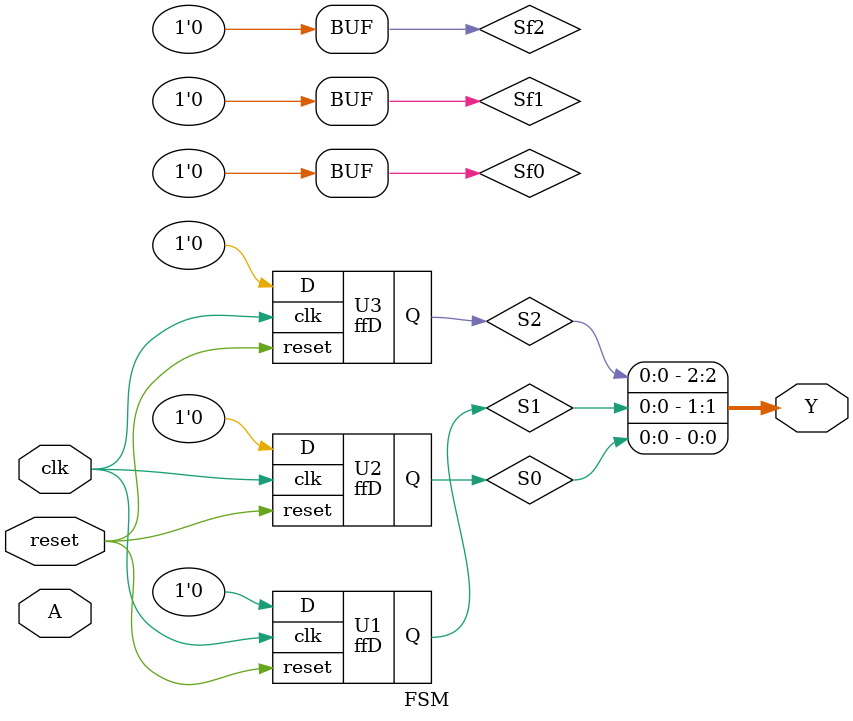
<source format=v>

module ffD(input clk, reset, input D, output reg Q);

    always @(posedge clk, posedge reset) begin
      //Hacemos que el reset haga Q = 0
      if (reset) begin
        Q <= 0;
        end
      //Hacemos que Q se vuelva D
      else
        Q <= D;
      end
endmodule
//Modulo basado en el ejercicio 1
module FSM(input wire A, clk, reset, output wire[2:0] Y);
  wire Sf2, Sf1, Sf0;
  wire S2, S1, S0, nS0, nS1, nS2;

assign Sf0=0;
assign Sf1=0;
assign Sf2=0;

//conexion de los flip flops
  ffD U3(clk, reset, Sf2, S2);
  ffD U1(clk, reset, Sf1, S1);
  ffD U2(clk, reset, Sf0, S0);
  
//negacion de las compuertas
  not(nS2, S2);
  not(nS1, S1);
  not(nS0, S0);
  not(nA, A);
//assignasion de las ecuaciones de estado proximo
  assign Sf2 = S2 & S0 + A & S1 & nS0 + nA & nS1 & nS0;
  assign Sf1 = S1 & nS0 + nA & S2 & S0 + A & nS2 & S0;
  assign Sf0 = A & S2 & S1 + nA & nS2 & S1 + nA & S2 & nS1 + A & nS2 & nS1;



   assign Y[0]=S0;
   assign Y[1]=S1;
   assign Y[2]=S2;
  endmodule

</source>
